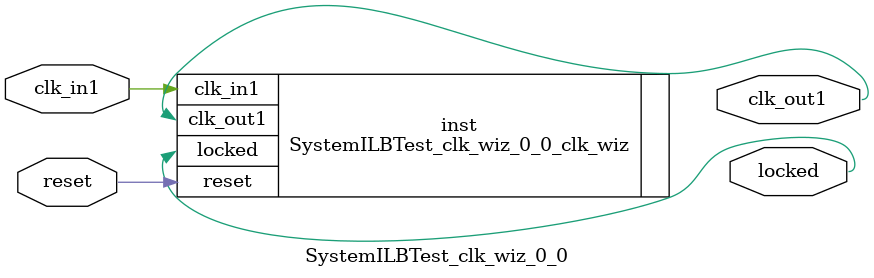
<source format=v>


`timescale 1ps/1ps

(* CORE_GENERATION_INFO = "SystemILBTest_clk_wiz_0_0,clk_wiz_v6_0_1_0_0,{component_name=SystemILBTest_clk_wiz_0_0,use_phase_alignment=true,use_min_o_jitter=false,use_max_i_jitter=false,use_dyn_phase_shift=false,use_inclk_switchover=false,use_dyn_reconfig=false,enable_axi=0,feedback_source=FDBK_AUTO,PRIMITIVE=MMCM,num_out_clk=1,clkin1_period=8.000,clkin2_period=10.0,use_power_down=false,use_reset=true,use_locked=true,use_inclk_stopped=false,feedback_type=SINGLE,CLOCK_MGR_TYPE=NA,manual_override=false}" *)

module SystemILBTest_clk_wiz_0_0 
 (
  // Clock out ports
  output        clk_out1,
  // Status and control signals
  input         reset,
  output        locked,
 // Clock in ports
  input         clk_in1
 );

  SystemILBTest_clk_wiz_0_0_clk_wiz inst
  (
  // Clock out ports  
  .clk_out1(clk_out1),
  // Status and control signals               
  .reset(reset), 
  .locked(locked),
 // Clock in ports
  .clk_in1(clk_in1)
  );

endmodule

</source>
